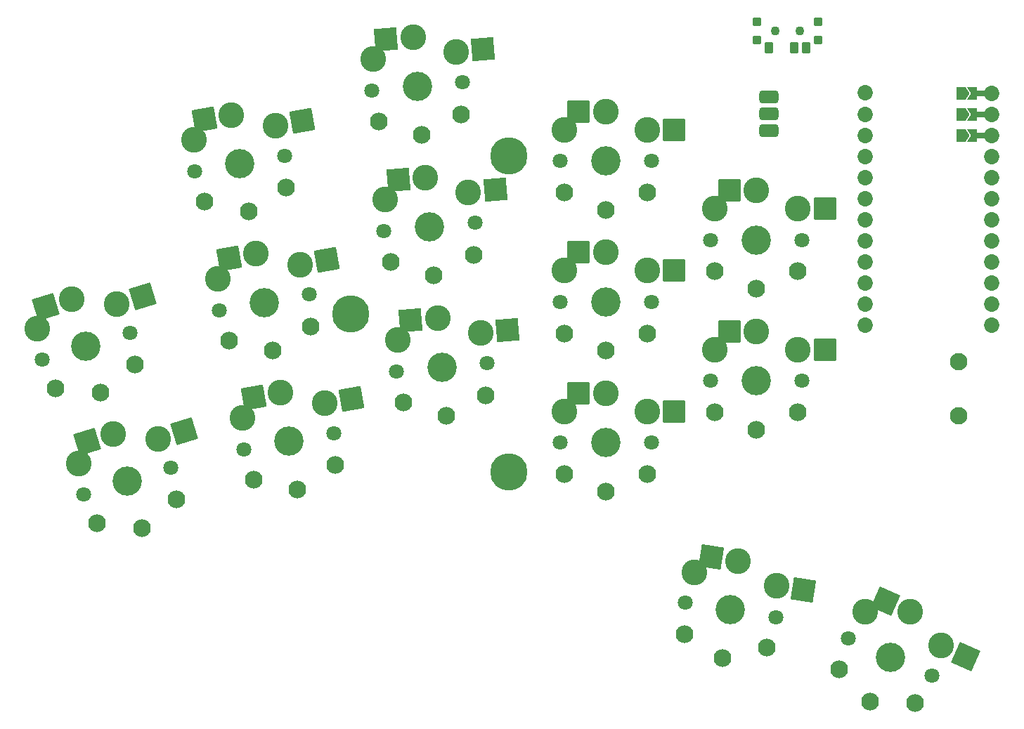
<source format=gbs>
%TF.GenerationSoftware,KiCad,Pcbnew,(6.0.4-0)*%
%TF.CreationDate,2022-06-14T09:38:00+02:00*%
%TF.ProjectId,battoota,62617474-6f6f-4746-912e-6b696361645f,v1.0.0*%
%TF.SameCoordinates,Original*%
%TF.FileFunction,Soldermask,Bot*%
%TF.FilePolarity,Negative*%
%FSLAX46Y46*%
G04 Gerber Fmt 4.6, Leading zero omitted, Abs format (unit mm)*
G04 Created by KiCad (PCBNEW (6.0.4-0)) date 2022-06-14 09:38:00*
%MOMM*%
%LPD*%
G01*
G04 APERTURE LIST*
G04 Aperture macros list*
%AMRoundRect*
0 Rectangle with rounded corners*
0 $1 Rounding radius*
0 $2 $3 $4 $5 $6 $7 $8 $9 X,Y pos of 4 corners*
0 Add a 4 corners polygon primitive as box body*
4,1,4,$2,$3,$4,$5,$6,$7,$8,$9,$2,$3,0*
0 Add four circle primitives for the rounded corners*
1,1,$1+$1,$2,$3*
1,1,$1+$1,$4,$5*
1,1,$1+$1,$6,$7*
1,1,$1+$1,$8,$9*
0 Add four rect primitives between the rounded corners*
20,1,$1+$1,$2,$3,$4,$5,0*
20,1,$1+$1,$4,$5,$6,$7,0*
20,1,$1+$1,$6,$7,$8,$9,0*
20,1,$1+$1,$8,$9,$2,$3,0*%
%AMFreePoly0*
4,1,16,0.685355,0.785355,0.700000,0.750000,0.691603,0.722265,0.210093,0.000000,0.691603,-0.722265,0.699029,-0.759806,0.677735,-0.791603,0.650000,-0.800000,-0.500000,-0.800000,-0.535355,-0.785355,-0.550000,-0.750000,-0.550000,0.750000,-0.535355,0.785355,-0.500000,0.800000,0.650000,0.800000,0.685355,0.785355,0.685355,0.785355,$1*%
%AMFreePoly1*
4,1,16,0.535355,0.785355,0.550000,0.750000,0.550000,-0.750000,0.535355,-0.785355,0.500000,-0.800000,-0.500000,-0.800000,-0.535355,-0.785355,-0.541603,-0.777735,-1.041603,-0.027735,-1.049029,0.009806,-1.041603,0.027735,-0.541603,0.777735,-0.509806,0.799029,-0.500000,0.800000,0.500000,0.800000,0.535355,0.785355,0.535355,0.785355,$1*%
G04 Aperture macros list end*
%ADD10C,2.100000*%
%ADD11C,1.801800*%
%ADD12C,3.100000*%
%ADD13C,3.529000*%
%ADD14RoundRect,0.050000X-1.054507X-1.505993X1.505993X-1.054507X1.054507X1.505993X-1.505993X1.054507X0*%
%ADD15C,2.132000*%
%ADD16RoundRect,0.050000X-1.181751X-1.408356X1.408356X-1.181751X1.181751X1.408356X-1.408356X1.181751X0*%
%ADD17RoundRect,0.050000X-1.300000X-1.300000X1.300000X-1.300000X1.300000X1.300000X-1.300000X1.300000X0*%
%ADD18RoundRect,0.050000X-0.450000X-0.450000X0.450000X-0.450000X0.450000X0.450000X-0.450000X0.450000X0*%
%ADD19C,1.100000*%
%ADD20RoundRect,0.050000X-0.450000X-0.625000X0.450000X-0.625000X0.450000X0.625000X-0.450000X0.625000X0*%
%ADD21RoundRect,0.050000X-1.716367X-0.658851X0.658851X-1.716367X1.716367X0.658851X-0.658851X1.716367X0*%
%ADD22RoundRect,0.425000X-0.750000X0.375000X-0.750000X-0.375000X0.750000X-0.375000X0.750000X0.375000X0*%
%ADD23RoundRect,0.050000X-0.863113X-1.623279X1.623279X-0.863113X0.863113X1.623279X-1.623279X0.863113X0*%
%ADD24RoundRect,0.050000X-1.487360X-1.080630X1.080630X-1.487360X1.487360X1.080630X-1.080630X1.487360X0*%
%ADD25C,1.852600*%
%ADD26FreePoly0,180.000000*%
%ADD27RoundRect,0.050000X-0.762000X0.250000X-0.762000X-0.250000X0.762000X-0.250000X0.762000X0.250000X0*%
%ADD28FreePoly1,180.000000*%
%ADD29C,4.500000*%
G04 APERTURE END LIST*
D10*
%TO.C,B1*%
X157969791Y80873254D03*
X157969791Y74373254D03*
%TD*%
D11*
%TO.C,S11*%
X65970667Y103790002D03*
D12*
X75659968Y109306336D03*
X70353903Y110604673D03*
D13*
X71387110Y104745067D03*
D11*
X76803553Y105700132D03*
D12*
X65811891Y107569854D03*
D14*
X67128657Y110035975D03*
D15*
X67122934Y100134557D03*
X76971012Y101871038D03*
D14*
X78885214Y109875034D03*
D15*
X72411634Y98934701D03*
%TD*%
D12*
%TO.C,S15*%
X88913836Y100414117D03*
X93703066Y103041525D03*
X98875783Y101285675D03*
D13*
X94221643Y97114167D03*
D11*
X99700714Y97593524D03*
X88742572Y96634810D03*
D15*
X89571861Y92892848D03*
D16*
X90440528Y102756090D03*
D15*
X99533808Y93764406D03*
D16*
X102138320Y101571110D03*
D15*
X94735862Y91236618D03*
%TD*%
D12*
%TO.C,S21*%
X120424791Y91827253D03*
D11*
X109924791Y88077254D03*
X120924791Y88077254D03*
D13*
X115424791Y88077254D03*
D12*
X115424791Y94027254D03*
X110424791Y91827253D03*
D17*
X112149790Y94027254D03*
D15*
X120424791Y84277254D03*
X110424791Y84277254D03*
X115424791Y82177254D03*
D17*
X123699791Y91827253D03*
%TD*%
D18*
%TO.C,T2*%
X141068406Y121851838D03*
X133668406Y121851838D03*
X141068406Y119651838D03*
X133668406Y119651838D03*
D19*
X135868406Y120751838D03*
X138868406Y120751838D03*
D20*
X135118406Y118676838D03*
X138118406Y118676838D03*
X139618406Y118676838D03*
%TD*%
D12*
%TO.C,S29*%
X128599495Y99294490D03*
D13*
X133599495Y95544491D03*
D12*
X133599495Y101494491D03*
D11*
X128099495Y95544491D03*
X139099495Y95544491D03*
D12*
X138599495Y99294490D03*
D15*
X128599495Y91744491D03*
X138599495Y91744491D03*
D17*
X130324494Y101494491D03*
D15*
X133599495Y89644491D03*
D17*
X141874495Y99294490D03*
%TD*%
D11*
%TO.C,S33*%
X154739291Y43001202D03*
D12*
X146672326Y50697732D03*
X155807780Y46630365D03*
D11*
X144690291Y47475306D03*
D12*
X152134874Y50673849D03*
D13*
X149714791Y45238254D03*
D21*
X149143012Y52005912D03*
D15*
X152736919Y39733098D03*
X143601464Y43800464D03*
X147315045Y39848336D03*
D21*
X158799642Y45298303D03*
%TD*%
D12*
%TO.C,S7*%
X81564006Y75822872D03*
X76257941Y77121209D03*
D11*
X71874705Y70306538D03*
D12*
X71715929Y74086390D03*
D13*
X77291148Y71261603D03*
D11*
X82707591Y72216668D03*
D15*
X82875050Y68387574D03*
D14*
X73032695Y76552511D03*
D15*
X73026972Y66651093D03*
D14*
X84789252Y76391570D03*
D15*
X78315672Y65451237D03*
%TD*%
D22*
%TO.C,PAD1*%
X135109791Y108738254D03*
X135109791Y110738254D03*
X135109791Y112738254D03*
%TD*%
D12*
%TO.C,S5*%
X56527389Y87777963D03*
D13*
X52842259Y82729963D03*
D12*
X51102647Y88419976D03*
D11*
X47582583Y81121919D03*
D12*
X46964342Y84854246D03*
D11*
X58101935Y84338007D03*
D15*
X58734795Y80557863D03*
D23*
X47970748Y87462459D03*
D15*
X49171748Y77634146D03*
D23*
X59659287Y88735481D03*
D15*
X54567252Y77087765D03*
%TD*%
D12*
%TO.C,S27*%
X133599495Y84494491D03*
D11*
X128099495Y78544491D03*
D12*
X138599495Y82294490D03*
D11*
X139099495Y78544491D03*
D12*
X128599495Y82294490D03*
D13*
X133599495Y78544491D03*
D15*
X138599495Y74744491D03*
D17*
X130324494Y84494491D03*
D15*
X128599495Y74744491D03*
X133599495Y72644491D03*
D17*
X141874495Y82294490D03*
%TD*%
D12*
%TO.C,S9*%
X78611987Y92564604D03*
D11*
X68922686Y87048270D03*
D13*
X74339129Y88003335D03*
D12*
X73305922Y93862941D03*
D11*
X79755572Y88958400D03*
D12*
X68763910Y90828122D03*
D15*
X79923031Y85129306D03*
X70074953Y83392825D03*
D14*
X70080676Y93294243D03*
X81837233Y93133302D03*
D15*
X75363653Y82192969D03*
%TD*%
D12*
%TO.C,S13*%
X90395484Y83478807D03*
X100357431Y84350365D03*
D11*
X101182362Y80658214D03*
D12*
X95184714Y86106215D03*
D11*
X90224220Y79699500D03*
D13*
X95703291Y80178857D03*
D15*
X91053509Y75957538D03*
D16*
X91922176Y85820780D03*
D15*
X101015456Y76829096D03*
X96217510Y74301308D03*
D16*
X103619968Y84635800D03*
%TD*%
D12*
%TO.C,S17*%
X92221419Y119976835D03*
D11*
X98219067Y114528834D03*
D12*
X97394136Y118220985D03*
D11*
X87260925Y113570120D03*
D12*
X87432189Y117349427D03*
D13*
X92739996Y114049477D03*
D16*
X88958881Y119691400D03*
D15*
X98052161Y110699716D03*
X88090214Y109828158D03*
X93254215Y108171928D03*
D16*
X100656673Y118506420D03*
%TD*%
D12*
%TO.C,S31*%
X136001189Y53858667D03*
X126124305Y55423012D03*
D13*
X130476118Y50937009D03*
D11*
X125043832Y51797399D03*
X135908404Y50076619D03*
D12*
X131406903Y56813755D03*
D15*
X134820109Y46401621D03*
X124943225Y47965966D03*
D24*
X128172223Y57326078D03*
X139235868Y53346344D03*
D15*
X129553155Y45109648D03*
%TD*%
D25*
%TO.C,MCU1*%
X161977213Y110643254D03*
D26*
X159643690Y110643254D03*
D25*
X161977213Y108103254D03*
D27*
X160593690Y113183254D03*
D25*
X146737213Y108103254D03*
D27*
X160593690Y110643254D03*
X160593690Y108103254D03*
D26*
X159643690Y108103254D03*
X159643690Y113183254D03*
D25*
X146737213Y113267000D03*
X161977213Y113183254D03*
X146737213Y110643254D03*
D28*
X158193690Y113183254D03*
X158193690Y110643254D03*
X158193690Y108103254D03*
D25*
X146737213Y105563254D03*
X146737213Y103023254D03*
X146737213Y100483254D03*
X146737213Y97943254D03*
X146737213Y95403254D03*
X146737213Y92863254D03*
X146737213Y90323254D03*
X146737213Y87783254D03*
X146737213Y85243254D03*
X161977213Y105563254D03*
X161977213Y103023254D03*
X161977213Y100483254D03*
X161977213Y97943254D03*
X161977213Y95403254D03*
X161977213Y92863254D03*
X161977213Y90323254D03*
X161977213Y87783254D03*
X161977213Y85243254D03*
%TD*%
D11*
%TO.C,S3*%
X52552902Y64864738D03*
X63072254Y68080826D03*
D12*
X56072966Y72162795D03*
X51934661Y68597065D03*
X61497708Y71520782D03*
D13*
X57812578Y66472782D03*
D15*
X54142067Y61376965D03*
D23*
X52941067Y71205278D03*
D15*
X63705114Y64300682D03*
X59537571Y60830584D03*
D23*
X64629606Y72478300D03*
%TD*%
D29*
%TO.C,REF\u002A\u002A*%
X84760924Y86640254D03*
X103810924Y67590254D03*
X103810924Y105690254D03*
%TD*%
D11*
%TO.C,S23*%
X120924791Y105077254D03*
D12*
X110424791Y108827253D03*
X115424791Y111027254D03*
X120424791Y108827253D03*
D13*
X115424791Y105077254D03*
D11*
X109924791Y105077254D03*
D17*
X112149790Y111027254D03*
D15*
X120424791Y101277254D03*
X110424791Y101277254D03*
X115424791Y99177254D03*
D17*
X123699791Y108827253D03*
%TD*%
D12*
%TO.C,S19*%
X120424791Y74827253D03*
D11*
X120924791Y71077254D03*
X109924791Y71077254D03*
D13*
X115424791Y71077254D03*
D12*
X115424791Y77027254D03*
X110424791Y74827253D03*
D17*
X112149790Y77027254D03*
D15*
X110424791Y67277254D03*
X120424791Y67277254D03*
D17*
X123699791Y74827253D03*
D15*
X115424791Y65177254D03*
%TD*%
M02*

</source>
